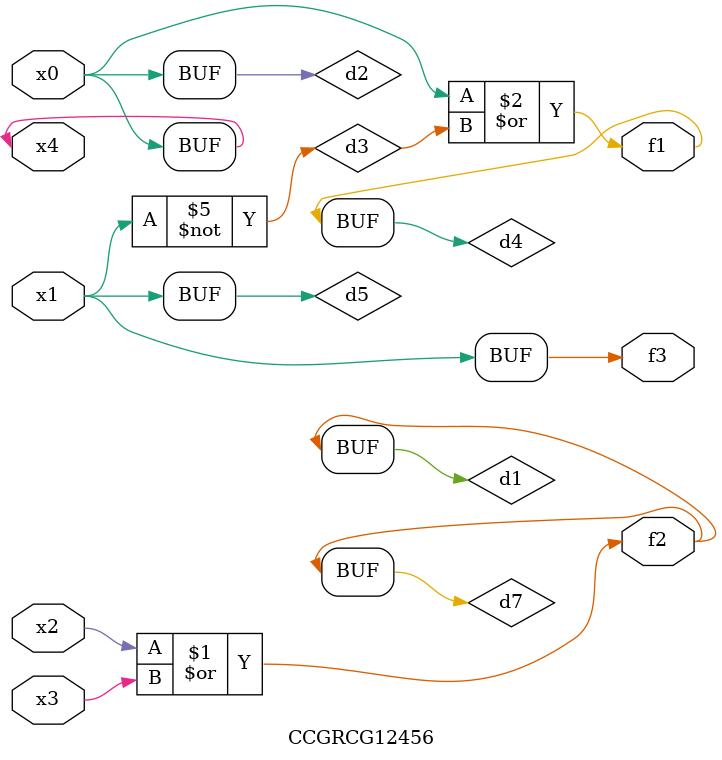
<source format=v>
module CCGRCG12456(
	input x0, x1, x2, x3, x4,
	output f1, f2, f3
);

	wire d1, d2, d3, d4, d5, d6, d7;

	or (d1, x2, x3);
	buf (d2, x0, x4);
	not (d3, x1);
	or (d4, d2, d3);
	not (d5, d3);
	nand (d6, d1, d3);
	or (d7, d1);
	assign f1 = d4;
	assign f2 = d7;
	assign f3 = d5;
endmodule

</source>
